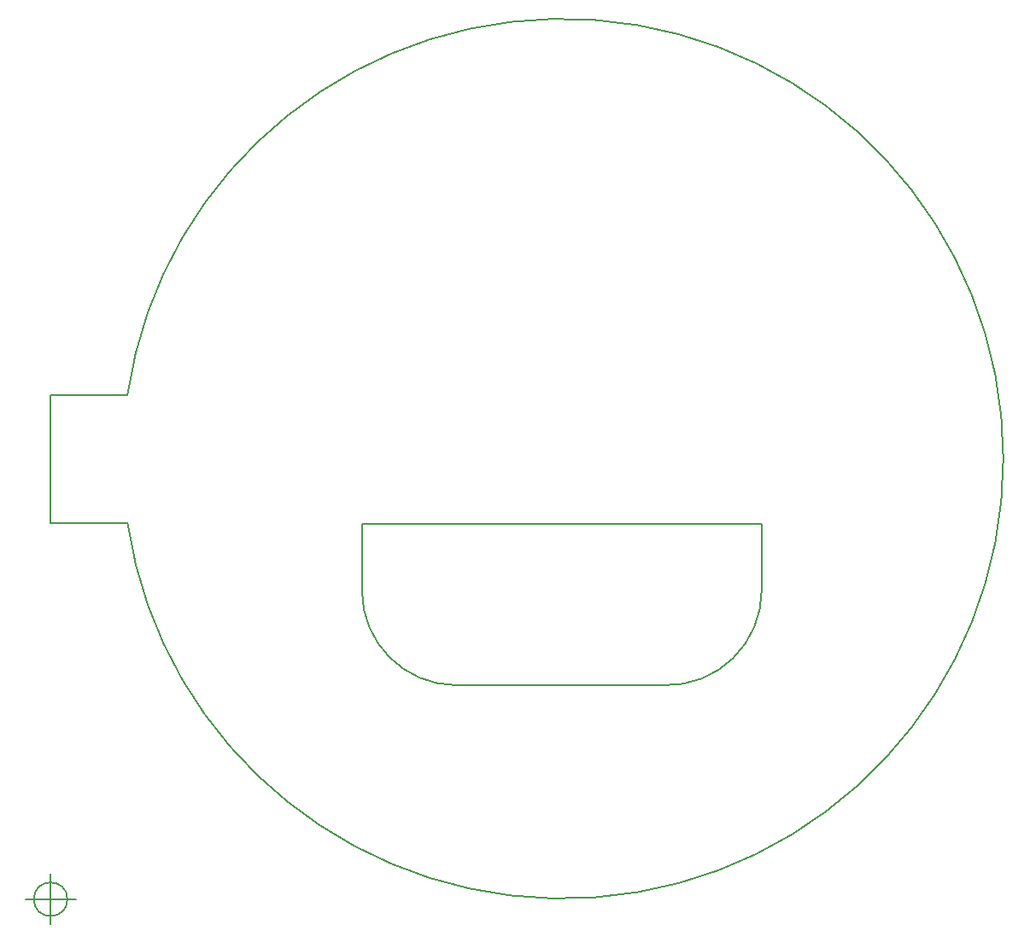
<source format=gbr>
G04 #@! TF.FileFunction,Profile,NP*
%FSLAX46Y46*%
G04 Gerber Fmt 4.6, Leading zero omitted, Abs format (unit mm)*
G04 Created by KiCad (PCBNEW 4.0.5) date 10/25/17 11:24:37*
%MOMM*%
%LPD*%
G01*
G04 APERTURE LIST*
%ADD10C,0.100000*%
%ADD11C,0.200000*%
G04 APERTURE END LIST*
D10*
D11*
X77989754Y-170705684D02*
G75*
G03X77989754Y-170705684I-1666666J0D01*
G01*
X73823088Y-170705684D02*
X78823088Y-170705684D01*
X76323088Y-168205684D02*
X76323088Y-173205684D01*
X116582088Y-149471284D02*
X137156088Y-149471284D01*
X107184088Y-140073284D02*
G75*
G03X116582088Y-149471284I9398000J0D01*
G01*
X107184088Y-133469284D02*
X107184088Y-140073284D01*
X137156181Y-149467853D02*
G75*
G03X146808088Y-140073284I253907J9394569D01*
G01*
X146808088Y-133469284D02*
X146808088Y-140073284D01*
X107184088Y-133469284D02*
X146808088Y-133469284D01*
X83943088Y-133342284D02*
G75*
G03X83943088Y-120642284I43180000J6350000D01*
G01*
X76323088Y-133342284D02*
X83943088Y-133342284D01*
X76323088Y-120642284D02*
X76323088Y-133350000D01*
X83943088Y-120642284D02*
X76323088Y-120642284D01*
M02*

</source>
